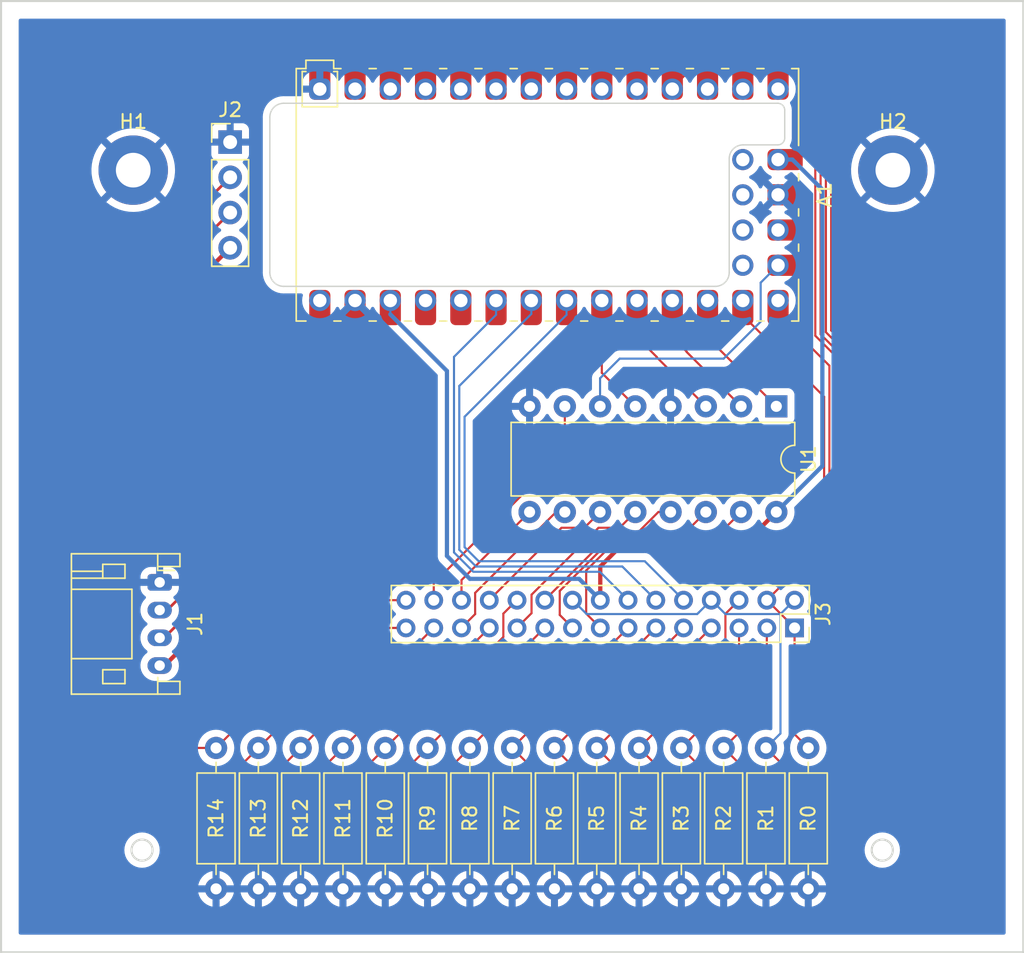
<source format=kicad_pcb>
(kicad_pcb (version 20211014) (generator pcbnew)
  (title_block (title "WASD v1 Keyboard to iCEBreaker Bitsy Bridge") (date "2022-02-20") (rev "v0.1"))
  (layers (0 "F.Cu" signal) (31 "B.Cu" signal) (35 "F.Paste" user) (36 "B.SilkS" user "B.Silkscreen") (37 "F.SilkS" user "F.Silkscreen") (38 "B.Mask" user) (39 "F.Mask" user) (44 "Edge.Cuts" user))
  (net 0 "")
  (net 1 "GND")
  (net 2 "/D+")
  (net 3 "/D-")
  (net 4 "/VBUS")
  (net 5 "C14")
  (net 6 "C13")
  (net 7 "R7")
  (net 8 "C12")
  (net 9 "R6")
  (net 10 "R5")
  (net 11 "R4")
  (net 12 "C11")
  (net 13 "C10")
  (net 14 "R3")
  (net 15 "R2")
  (net 16 "C9")
  (net 17 "C1")
  (net 18 "R1")
  (net 19 "+3V3")
  (net 20 "R0")
  (net 21 "~{NLED}")
  (net 22 "C8")
  (net 23 "~{CLED}")
  (net 24 "C7")
  (net 25 "~{SLED}")
  (net 26 "C6")
  (net 27 "C5")
  (net 28 "C4")
  (net 29 "C3")
  (net 30 "C0")
  (net 31 "C2")
  (net 32 "~{OE}")
  (net 33 "RA0")
  (net 34 "RA1")
  (net 35 "RA2")
  (net 40 "CDONE")
  (footprint "Connector_JST:JST_PH_S4B-PH-K_1x04_P2.00mm_Horizontal" (layer "F.Cu") (at 62.23 92.71 -90)
    (fp_text reference "J1" (at 3 -2.55 90) (layer "F.SilkS"))
    (fp_text value "Conn_01x04")
    (pad "1" thru_hole roundrect (at 0 0 270) (size 1.2 1.75) (drill 0.75) (layers *.Cu *.Mask) (roundrect_rratio 0.208333) (net 1 "GND"))
    (pad "2" thru_hole oval (at 2 0 270) (size 1.2 1.75) (drill 0.75) (layers *.Cu *.Mask) (net 2 "/D+"))
    (pad "3" thru_hole oval (at 4 0 270) (size 1.2 1.75) (drill 0.75) (layers *.Cu *.Mask) (net 3 "/D-"))
    (pad "4" thru_hole oval (at 6 0 270) (size 1.2 1.75) (drill 0.75) (layers *.Cu *.Mask) (net 4 "/VBUS"))
  )
  (footprint "Resistor_THT:R_Axial_DIN0207_L6.3mm_D2.5mm_P10.16mm_Horizontal" (layer "F.Cu") (at 72.39 104.648 -90)
    (fp_text reference "R12" (at 5.08 0 90) (layer "F.SilkS"))
    (fp_text value "R")
    (pad "1" thru_hole circle (at 0 0 270) (size 1.6 1.6) (drill 0.8) (layers *.Cu *.Mask) (net 8 "C12"))
    (pad "2" thru_hole oval (at 10.16 0 270) (size 1.6 1.6) (drill 0.8) (layers *.Cu *.Mask) (net 1 "GND"))
  )
  (footprint "Resistor_THT:R_Axial_DIN0207_L6.3mm_D2.5mm_P10.16mm_Horizontal" (layer "F.Cu") (at 75.438 104.648 -90)
    (fp_text reference "R11" (at 5.08 0 90) (layer "F.SilkS"))
    (fp_text value "R")
    (pad "1" thru_hole circle (at 0 0 270) (size 1.6 1.6) (drill 0.8) (layers *.Cu *.Mask) (net 12 "C11"))
    (pad "2" thru_hole oval (at 10.16 0 270) (size 1.6 1.6) (drill 0.8) (layers *.Cu *.Mask) (net 1 "GND"))
  )
  (footprint "Resistor_THT:R_Axial_DIN0207_L6.3mm_D2.5mm_P10.16mm_Horizontal" (layer "F.Cu") (at 96.774 104.648 -90)
    (fp_text reference "R4" (at 5.08 0 90) (layer "F.SilkS"))
    (fp_text value "R")
    (pad "1" thru_hole circle (at 0 0 270) (size 1.6 1.6) (drill 0.8) (layers *.Cu *.Mask) (net 28 "C4"))
    (pad "2" thru_hole oval (at 10.16 0 270) (size 1.6 1.6) (drill 0.8) (layers *.Cu *.Mask) (net 1 "GND"))
  )
  (footprint "MountingHole:MountingHole_2.5mm_Pad" (layer "F.Cu") (at 115.062 62.992)
    (fp_text reference "H2" (at 0 -3.5) (layer "F.SilkS"))
    (fp_text value "MountingHole_Pad")
    (pad "1" thru_hole circle (at 0 0) (size 5 5) (drill 2.5) (layers *.Cu *.Mask) (net 1 "GND"))
  )
  (footprint "Resistor_THT:R_Axial_DIN0207_L6.3mm_D2.5mm_P10.16mm_Horizontal" (layer "F.Cu") (at 84.582 104.648 -90)
    (fp_text reference "R8" (at 5.08 0 90) (layer "F.SilkS"))
    (fp_text value "R")
    (pad "1" thru_hole circle (at 0 0 270) (size 1.6 1.6) (drill 0.8) (layers *.Cu *.Mask) (net 22 "C8"))
    (pad "2" thru_hole oval (at 10.16 0 270) (size 1.6 1.6) (drill 0.8) (layers *.Cu *.Mask) (net 1 "GND"))
  )
  (footprint "Connector_PinHeader_2.00mm:PinHeader_2x15_P2.00mm_Vertical" (layer "F.Cu") (at 107.98 93.996 -90)
    (fp_text reference "J3" (at 1 -2.06 90) (layer "F.SilkS"))
    (fp_text value "Conn_02x15_Odd_Even")
    (pad "1" thru_hole rect (at 2 0 270) (size 1.35 1.35) (drill 0.8) (layers *.Cu *.Mask) (net 30 "C0"))
    (pad "2" thru_hole oval (at 0 0 270) (size 1.35 1.35) (drill 0.8) (layers *.Cu *.Mask) (net 17 "C1"))
    (pad "3" thru_hole oval (at 2 2 270) (size 1.35 1.35) (drill 0.8) (layers *.Cu *.Mask) (net 31 "C2"))
    (pad "4" thru_hole oval (at 0 2 270) (size 1.35 1.35) (drill 0.8) (layers *.Cu *.Mask) (net 30 "C0"))
    (pad "5" thru_hole oval (at 2 4 270) (size 1.35 1.35) (drill 0.8) (layers *.Cu *.Mask) (net 29 "C3"))
    (pad "6" thru_hole oval (at 0 4 270) (size 1.35 1.35) (drill 0.8) (layers *.Cu *.Mask) (net 28 "C4"))
    (pad "7" thru_hole oval (at 2 6 270) (size 1.35 1.35) (drill 0.8) (layers *.Cu *.Mask) (net 27 "C5"))
    (pad "8" thru_hole oval (at 0 6 270) (size 1.35 1.35) (drill 0.8) (layers *.Cu *.Mask) (net 17 "C1"))
    (pad "9" thru_hole oval (at 2 8 270) (size 1.35 1.35) (drill 0.8) (layers *.Cu *.Mask) (net 26 "C6"))
    (pad "10" thru_hole oval (at 0 8 270) (size 1.35 1.35) (drill 0.8) (layers *.Cu *.Mask) (net 25 "~{SLED}"))
    (pad "11" thru_hole oval (at 2 10 270) (size 1.35 1.35) (drill 0.8) (layers *.Cu *.Mask) (net 24 "C7"))
    (pad "12" thru_hole oval (at 0 10 270) (size 1.35 1.35) (drill 0.8) (layers *.Cu *.Mask) (net 23 "~{CLED}"))
    (pad "13" thru_hole oval (at 2 12 270) (size 1.35 1.35) (drill 0.8) (layers *.Cu *.Mask) (net 22 "C8"))
    (pad "14" thru_hole oval (at 0 12 270) (size 1.35 1.35) (drill 0.8) (layers *.Cu *.Mask) (net 21 "~{NLED}"))
    (pad "15" thru_hole oval (at 2 14 270) (size 1.35 1.35) (drill 0.8) (layers *.Cu *.Mask) (net 20 "R0"))
    (pad "16" thru_hole oval (at 0 14 270) (size 1.35 1.35) (drill 0.8) (layers *.Cu *.Mask) (net 19 "+3V3"))
    (pad "17" thru_hole oval (at 2 16 270) (size 1.35 1.35) (drill 0.8) (layers *.Cu *.Mask) (net 18 "R1"))
    (pad "18" thru_hole oval (at 0 16 270) (size 1.35 1.35) (drill 0.8) (layers *.Cu *.Mask) (net 17 "C1"))
    (pad "19" thru_hole oval (at 2 18 270) (size 1.35 1.35) (drill 0.8) (layers *.Cu *.Mask) (net 16 "C9"))
    (pad "20" thru_hole oval (at 0 18 270) (size 1.35 1.35) (drill 0.8) (layers *.Cu *.Mask) (net 15 "R2"))
    (pad "21" thru_hole oval (at 2 20 270) (size 1.35 1.35) (drill 0.8) (layers *.Cu *.Mask) (net 14 "R3"))
    (pad "22" thru_hole oval (at 0 20 270) (size 1.35 1.35) (drill 0.8) (layers *.Cu *.Mask) (net 13 "C10"))
    (pad "23" thru_hole oval (at 2 22 270) (size 1.35 1.35) (drill 0.8) (layers *.Cu *.Mask) (net 12 "C11"))
    (pad "24" thru_hole oval (at 0 22 270) (size 1.35 1.35) (drill 0.8) (layers *.Cu *.Mask) (net 11 "R4"))
    (pad "25" thru_hole oval (at 2 24 270) (size 1.35 1.35) (drill 0.8) (layers *.Cu *.Mask) (net 10 "R5"))
    (pad "26" thru_hole oval (at 0 24 270) (size 1.35 1.35) (drill 0.8) (layers *.Cu *.Mask) (net 9 "R6"))
    (pad "27" thru_hole oval (at 2 26 270) (size 1.35 1.35) (drill 0.8) (layers *.Cu *.Mask) (net 8 "C12"))
    (pad "28" thru_hole oval (at 0 26 270) (size 1.35 1.35) (drill 0.8) (layers *.Cu *.Mask) (net 7 "R7"))
    (pad "29" thru_hole oval (at 2 28 270) (size 1.35 1.35) (drill 0.8) (layers *.Cu *.Mask) (net 6 "C13"))
    (pad "30" thru_hole oval (at 0 28 270) (size 1.35 1.35) (drill 0.8) (layers *.Cu *.Mask) (net 5 "C14"))
  )
  (footprint "Package_DIP:DIP-16_W7.62mm" (layer "F.Cu") (at 106.665 80.02 -90)
    (fp_text reference "U1" (at 3.81 -2.33 90) (layer "F.SilkS"))
    (fp_text value "CD74HC238")
    (pad "1" thru_hole rect (at 0 0 270) (size 1.6 1.6) (drill 0.8) (layers *.Cu *.Mask) (net 33 "RA0"))
    (pad "2" thru_hole oval (at 0 2.54 270) (size 1.6 1.6) (drill 0.8) (layers *.Cu *.Mask) (net 34 "RA1"))
    (pad "3" thru_hole oval (at 0 5.08 270) (size 1.6 1.6) (drill 0.8) (layers *.Cu *.Mask) (net 35 "RA2"))
    (pad "4" thru_hole oval (at 0 7.62 270) (size 1.6 1.6) (drill 0.8) (layers *.Cu *.Mask) (net 1 "GND"))
    (pad "5" thru_hole oval (at 0 10.16 270) (size 1.6 1.6) (drill 0.8) (layers *.Cu *.Mask) (net 32 "~{OE}"))
    (pad "6" thru_hole oval (at 0 12.7 270) (size 1.6 1.6) (drill 0.8) (layers *.Cu *.Mask) (net 40 "CDONE"))
    (pad "7" thru_hole oval (at 0 15.24 270) (size 1.6 1.6) (drill 0.8) (layers *.Cu *.Mask) (net 7 "R7"))
    (pad "8" thru_hole oval (at 0 17.78 270) (size 1.6 1.6) (drill 0.8) (layers *.Cu *.Mask) (net 1 "GND"))
    (pad "9" thru_hole oval (at 7.62 17.78 270) (size 1.6 1.6) (drill 0.8) (layers *.Cu *.Mask) (net 9 "R6"))
    (pad "10" thru_hole oval (at 7.62 15.24 270) (size 1.6 1.6) (drill 0.8) (layers *.Cu *.Mask) (net 10 "R5"))
    (pad "11" thru_hole oval (at 7.62 12.7 270) (size 1.6 1.6) (drill 0.8) (layers *.Cu *.Mask) (net 11 "R4"))
    (pad "12" thru_hole oval (at 7.62 10.16 270) (size 1.6 1.6) (drill 0.8) (layers *.Cu *.Mask) (net 14 "R3"))
    (pad "13" thru_hole oval (at 7.62 7.62 270) (size 1.6 1.6) (drill 0.8) (layers *.Cu *.Mask) (net 15 "R2"))
    (pad "14" thru_hole oval (at 7.62 5.08 270) (size 1.6 1.6) (drill 0.8) (layers *.Cu *.Mask) (net 18 "R1"))
    (pad "15" thru_hole oval (at 7.62 2.54 270) (size 1.6 1.6) (drill 0.8) (layers *.Cu *.Mask) (net 20 "R0"))
    (pad "16" thru_hole oval (at 7.62 0 270) (size 1.6 1.6) (drill 0.8) (layers *.Cu *.Mask) (net 19 "+3V3"))
  )
  (footprint "Resistor_THT:R_Axial_DIN0207_L6.3mm_D2.5mm_P10.16mm_Horizontal" (layer "F.Cu") (at 69.342 104.648 -90)
    (fp_text reference "R13" (at 5.08 0 90) (layer "F.SilkS"))
    (fp_text value "R")
    (pad "1" thru_hole circle (at 0 0 270) (size 1.6 1.6) (drill 0.8) (layers *.Cu *.Mask) (net 6 "C13"))
    (pad "2" thru_hole oval (at 10.16 0 270) (size 1.6 1.6) (drill 0.8) (layers *.Cu *.Mask) (net 1 "GND"))
  )
  (footprint "pkl_module:iCEBreaker_Bitsy_RM" (layer "F.Cu") (at 90.17 64.77 90)
    (fp_text reference "A1" (at 0 19.9644 90) (layer "F.SilkS"))
    (fp_text value "iCEBreaker_Bitsy")
    (fp_line (start 6.6 -19) (end 6.6 16.6) (layer "Edge.Cuts") (width 0.1))
    (fp_line (start -6.6 12.1) (end -6.6 -19) (layer "Edge.Cuts") (width 0.1))
    (fp_line (start 5.6 -20) (end -5.6 -20) (layer "Edge.Cuts") (width 0.1))
    (fp_line (start -5.6 13.1) (end 2.6 13.1) (layer "Edge.Cuts") (width 0.1))
    (fp_line (start 3.6 14.1) (end 3.6 16.6) (layer "Edge.Cuts") (width 0.1))
    (fp_line (start 4.1 17.1) (end 6.1 17.1) (layer "Edge.Cuts") (width 0.1))
    (fp_arc (start 2.6 13.1) (mid 3.307107 13.392893) (end 3.6 14.1) (layer "Edge.Cuts") (width 0.1))
    (fp_arc (start 4.1 17.1) (mid 3.746447 16.953553) (end 3.6 16.6) (layer "Edge.Cuts") (width 0.1))
    (fp_arc (start 5.6 -20) (mid 6.307107 -19.707107) (end 6.6 -19) (layer "Edge.Cuts") (width 0.1))
    (fp_arc (start 6.6 16.6) (mid 6.453553 16.953553) (end 6.1 17.1) (layer "Edge.Cuts") (width 0.1))
    (fp_arc (start -5.6 13.1) (mid -6.307107 12.807107) (end -6.6 12.1) (layer "Edge.Cuts") (width 0.1))
    (fp_arc (start -6.6 -19) (mid -6.307107 -19.707107) (end -5.6 -20) (layer "Edge.Cuts") (width 0.1))
    (pad "1" thru_hole roundrect (at 7.62 -16.4 180) (size 1.524 1.524) (drill 0.9652) (layers *.Cu *.Mask) (net 1 "GND"))
    (pad "1" smd roundrect (at 8.128 -16.4 90) (size 2.54 1.524) (layers "F.Cu" "F.Paste" "F.Mask") (net 1 "GND"))
    (pad "2" smd roundrect (at 8.128 -13.86 90) (size 2.54 1.524) (layers "F.Cu" "F.Paste" "F.Mask") (net 5 "C14"))
    (pad "2" thru_hole circle (at 7.62 -13.86 180) (size 1.524 1.524) (drill 0.9652) (layers *.Cu *.Mask) (net 5 "C14"))
    (pad "3" thru_hole circle (at 7.62 -11.32 180) (size 1.524 1.524) (drill 0.9652) (layers *.Cu *.Mask) (net 6 "C13"))
    (pad "3" smd roundrect (at 8.128 -11.32 90) (size 2.54 1.524) (layers "F.Cu" "F.Paste" "F.Mask") (net 6 "C13"))
    (pad "4" smd roundrect (at 8.128 -8.78 90) (size 2.54 1.524) (layers "F.Cu" "F.Paste" "F.Mask") (net 8 "C12"))
    (pad "4" thru_hole circle (at 7.62 -8.78 180) (size 1.524 1.524) (drill 0.9652) (layers *.Cu *.Mask) (net 8 "C12"))
    (pad "5" smd roundrect (at 8.128 -6.24 90) (size 2.54 1.524) (layers "F.Cu" "F.Paste" "F.Mask") (net 12 "C11"))
    (pad "5" thru_hole circle (at 7.62 -6.24 180) (size 1.524 1.524) (drill 0.9652) (layers *.Cu *.Mask) (net 12 "C11"))
    (pad "6" thru_hole circle (at 7.62 -3.7 180) (size 1.524 1.524) (drill 0.9652) (layers *.Cu *.Mask) (net 13 "C10"))
    (pad "6" smd roundrect (at 8.128 -3.7 90) (size 2.54 1.524) (layers "F.Cu" "F.Paste" "F.Mask") (net 13 "C10"))
    (pad "7" smd roundrect (at 8.128 -1.16 90) (size 2.54 1.524) (layers "F.Cu" "F.Paste" "F.Mask") (net 16 "C9"))
    (pad "7" thru_hole circle (at 7.62 -1.16 180) (size 1.524 1.524) (drill 0.9652) (layers *.Cu *.Mask) (net 16 "C9"))
    (pad "8" thru_hole circle (at 7.62 1.38 180) (size 1.524 1.524) (drill 0.9652) (layers *.Cu *.Mask) (net 22 "C8"))
    (pad "8" smd roundrect (at 8.128 1.38 90) (size 2.54 1.524) (layers "F.Cu" "F.Paste" "F.Mask") (net 22 "C8"))
    (pad "9" smd roundrect (at 8.128 3.92 90) (size 2.54 1.524) (layers "F.Cu" "F.Paste" "F.Mask") (net 24 "C7"))
    (pad "9" thru_hole circle (at 7.62 3.92 180) (size 1.524 1.524) (drill 0.9652) (layers *.Cu *.Mask) (net 24 "C7"))
    (pad "10" thru_hole circle (at 7.62 6.46 180) (size 1.524 1.524) (drill 0.9652) (layers *.Cu *.Mask) (net 26 "C6"))
    (pad "10" smd roundrect (at 8.128 6.46 90) (size 2.54 1.524) (layers "F.Cu" "F.Paste" "F.Mask") (net 26 "C6"))
    (pad "11" thru_hole circle (at 7.62 9 180) (size 1.524 1.524) (drill 0.9652) (layers *.Cu *.Mask) (net 27 "C5"))
    (pad "11" smd roundrect (at 8.128 9 90) (size 2.54 1.524) (layers "F.Cu" "F.Paste" "F.Mask") (net 27 "C5"))
    (pad "12" thru_hole circle (at 7.62 11.54 180) (size 1.524 1.524) (drill 0.9652) (layers *.Cu *.Mask) (net 28 "C4"))
    (pad "12" smd roundrect (at 8.128 11.54 90) (size 2.54 1.524) (layers "F.Cu" "F.Paste" "F.Mask") (net 28 "C4"))
    (pad "13" thru_hole circle (at 7.62 14.08 180) (size 1.524 1.524) (drill 0.9652) (layers *.Cu *.Mask) (net 29 "C3"))
    (pad "13" smd roundrect (at 8.128 14.08 90) (size 2.54 1.524) (layers "F.Cu" "F.Paste" "F.Mask") (net 29 "C3"))
    (pad "14" thru_hole circle (at 7.62 16.62 180) (size 1.524 1.524) (drill 0.9652) (layers *.Cu *.Mask) (net 31 "C2"))
    (pad "14" smd roundrect (at 8.128 16.62 90) (size 2.54 1.524) (layers "F.Cu" "F.Paste" "F.Mask") (net 31 "C2"))
    (pad "15" thru_hole circle (at -7.62 16.62 180) (size 1.524 1.524) (drill 0.9652) (layers *.Cu *.Mask) (net 17 "C1"))
    (pad "15" smd roundrect (at -8.128 16.62 90) (size 2.54 1.524) (layers "F.Cu" "F.Paste" "F.Mask") (net 17 "C1"))
    (pad "16" smd roundrect (at -8.128 14.08 90) (size 2.54 1.524) (layers "F.Cu" "F.Paste" "F.Mask") (net 30 "C0"))
    (pad "16" thru_hole circle (at -7.62 14.08 180) (size 1.524 1.524) (drill 0.9652) (layers *.Cu *.Mask) (net 30 "C0"))
    (pad "17" thru_hole circle (at -7.62 11.54 180) (size 1.524 1.524) (drill 0.9652) (layers *.Cu *.Mask) (net 33 "RA0"))
    (pad "17" smd roundrect (at -8.128 11.54 90) (size 2.54 1.524) (layers "F.Cu" "F.Paste" "F.Mask") (net 33 "RA0"))
    (pad "18" smd roundrect (at -8.128 9 90) (size 2.54 1.524) (layers "F.Cu" "F.Paste" "F.Mask") (net 34 "RA1"))
    (pad "18" thru_hole circle (at -7.62 9 180) (size 1.524 1.524) (drill 0.9652) (layers *.Cu *.Mask) (net 34 "RA1"))
    (pad "19" thru_hole circle (at -7.62 6.46 180) (size 1.524 1.524) (drill 0.9652) (layers *.Cu *.Mask) (net 35 "RA2"))
    (pad "19" smd roundrect (at -8.128 6.46 90) (size 2.54 1.524) (layers "F.Cu" "F.Paste" "F.Mask") (net 35 "RA2"))
    (pad "20" smd roundrect (at -8.128 3.92 90) (size 2.54 1.524) (layers "F.Cu" "F.Paste" "F.Mask") (net 32 "~{OE}"))
    (pad "20" thru_hole circle (at -7.62 3.92 180) (size 1.524 1.524) (drill 0.9652) (layers *.Cu *.Mask) (net 32 "~{OE}"))
    (pad "21" smd roundrect (at -8.128 1.38 90) (size 2.54 1.524) (layers "F.Cu" "F.Paste" "F.Mask") (net 25 "~{SLED}"))
    (pad "21" thru_hole circle (at -7.62 1.38 180) (size 1.524 1.524) (drill 0.9652) (layers *.Cu *.Mask) (net 25 "~{SLED}"))
    (pad "22" thru_hole circle (at -7.62 -1.16 180) (size 1.524 1.524) (drill 0.9652) (layers *.Cu *.Mask) (net 23 "~{CLED}"))
    (pad "22" smd roundrect (at -8.128 -1.16 90) (size 2.54 1.524) (layers "F.Cu" "F.Paste" "F.Mask") (net 23 "~{CLED}"))
    (pad "23" smd roundrect (at -8.128 -3.7 90) (size 2.54 1.524) (layers "F.Cu" "F.Paste" "F.Mask") (net 21 "~{NLED}"))
    (pad "23" thru_hole circle (at -7.62 -3.7 180) (size 1.524 1.524) (drill 0.9652) (layers *.Cu *.Mask) (net 21 "~{NLED}"))
    (pad "24" smd roundrect (at -8.128 -6.24 90) (size 2.54 1.524) (layers "F.Cu" "F.Paste" "F.Mask"))
    (pad "24" thru_hole circle (at -7.62 -6.24 180) (size 1.524 1.524) (drill 0.9652) (layers *.Cu *.Mask))
    (pad "25" thru_hole circle (at -7.62 -8.78 180) (size 1.524 1.524) (drill 0.9652) (layers *.Cu *.Mask))
    (pad "25" smd roundrect (at -8.128 -8.78 90) (size 2.54 1.524) (layers "F.Cu" "F.Paste" "F.Mask"))
    (pad "26" thru_hole circle (at -7.62 -11.32 180) (size 1.524 1.524) (drill 0.9652) (layers *.Cu *.Mask) (net 19 "+3V3"))
    (pad "26" smd roundrect (at -8.128 -11.32 90) (size 2.54 1.524) (layers "F.Cu" "F.Paste" "F.Mask") (net 19 "+3V3"))
    (pad "27" thru_hole circle (at -7.62 -13.86 180) (size 1.524 1.524) (drill 0.9652) (layers *.Cu *.Mask) (net 1 "GND"))
    (pad "27" smd roundrect (at -8.128 -13.86 90) (size 2.54 1.524) (layers "F.Cu" "F.Paste" "F.Mask") (net 1 "GND"))
    (pad "28" smd roundrect (at -8.128 -16.4 90) (size 2.54 1.524) (layers "F.Cu" "F.Paste" "F.Mask"))
    (pad "28" thru_hole circle (at -7.62 -16.4 180) (size 1.524 1.524) (drill 0.9652) (layers *.Cu *.Mask))
    (pad "29" thru_hole circle (at 2.54 16.62 270) (size 1.524 1.524) (drill 0.9652) (layers *.Cu *.Mask) (net 19 "+3V3"))
    (pad "29" smd roundrect (at 2.54 17.128 180) (size 2.54 1.524) (layers "F.Cu" "F.Paste" "F.Mask") (net 19 "+3V3"))
    (pad "30" thru_hole circle (at 0 16.62 270) (size 1.524 1.524) (drill 0.9652) (layers *.Cu *.Mask) (net 1 "GND"))
    (pad "30" smd roundrect (at 0 17.128 180) (size 2.54 1.524) (layers "F.Cu" "F.Paste" "F.Mask") (net 1 "GND"))
    (pad "31" thru_hole circle (at -2.54 16.62 270) (size 1.524 1.524) (drill 0.9652) (layers *.Cu *.Mask))
    (pad "31" smd roundrect (at -2.54 17.128 180) (size 2.54 1.524) (layers "F.Cu" "F.Paste" "F.Mask"))
    (pad "32" thru_hole circle (at -5.08 16.62 270) (size 1.524 1.524) (drill 0.9652) (layers *.Cu *.Mask) (net 40 "CDONE"))
    (pad "32" smd roundrect (at -5.08 17.128 180) (size 2.54 1.524) (layers "F.Cu" "F.Paste" "F.Mask") (net 40 "CDONE"))
    (pad "33" thru_hole circle (at 2.54 14.08 90) (size 1.524 1.524) (drill 0.9652) (layers *.Cu *.Mask))
    (pad "34" thru_hole circle (at 0 14.08 90) (size 1.524 1.524) (drill 0.9652) (layers *.Cu *.Mask))
    (pad "35" thru_hole circle (at -2.54 14.08 90) (size 1.524 1.524) (drill 0.9652) (layers *.Cu *.Mask))
    (pad "36" thru_hole circle (at -5.08 14.08 90) (size 1.524 1.524) (drill 0.9652) (layers *.Cu *.Mask))
  )
  (footprint "MountingHole:MountingHole_2.5mm_Pad" (layer "F.Cu") (at 60.325 62.992)
    (fp_text reference "H1" (at 0 -3.5) (layer "F.SilkS"))
    (fp_text value "MountingHole_Pad")
    (pad "1" thru_hole circle (at 0 0) (size 5 5) (drill 2.5) (layers *.Cu *.Mask) (net 1 "GND"))
  )
  (footprint "Resistor_THT:R_Axial_DIN0207_L6.3mm_D2.5mm_P10.16mm_Horizontal" (layer "F.Cu") (at 78.486 104.648 -90)
    (fp_text reference "R10" (at 5.08 0 90) (layer "F.SilkS"))
    (fp_text value "R")
    (pad "1" thru_hole circle (at 0 0 270) (size 1.6 1.6) (drill 0.8) (layers *.Cu *.Mask) (net 13 "C10"))
    (pad "2" thru_hole oval (at 10.16 0 270) (size 1.6 1.6) (drill 0.8) (layers *.Cu *.Mask) (net 1 "GND"))
  )
  (footprint "Resistor_THT:R_Axial_DIN0207_L6.3mm_D2.5mm_P10.16mm_Horizontal" (layer "F.Cu") (at 66.294 104.648 -90)
    (fp_text reference "R14" (at 5.08 0 90) (layer "F.SilkS"))
    (fp_text value "R")
    (pad "1" thru_hole circle (at 0 0 270) (size 1.6 1.6) (drill 0.8) (layers *.Cu *.Mask) (net 5 "C14"))
    (pad "2" thru_hole oval (at 10.16 0 270) (size 1.6 1.6) (drill 0.8) (layers *.Cu *.Mask) (net 1 "GND"))
  )
  (footprint "Resistor_THT:R_Axial_DIN0207_L6.3mm_D2.5mm_P10.16mm_Horizontal" (layer "F.Cu") (at 90.678 104.648 -90)
    (fp_text reference "R6" (at 5.08 0 90) (layer "F.SilkS"))
    (fp_text value "R")
    (pad "1" thru_hole circle (at 0 0 270) (size 1.6 1.6) (drill 0.8) (layers *.Cu *.Mask) (net 26 "C6"))
    (pad "2" thru_hole oval (at 10.16 0 270) (size 1.6 1.6) (drill 0.8) (layers *.Cu *.Mask) (net 1 "GND"))
  )
  (footprint "Resistor_THT:R_Axial_DIN0207_L6.3mm_D2.5mm_P10.16mm_Horizontal" (layer "F.Cu") (at 93.726 104.648 -90)
    (fp_text reference "R5" (at 5.08 0 90) (layer "F.SilkS"))
    (fp_text value "R")
    (pad "1" thru_hole circle (at 0 0 270) (size 1.6 1.6) (drill 0.8) (layers *.Cu *.Mask) (net 27 "C5"))
    (pad "2" thru_hole oval (at 10.16 0 270) (size 1.6 1.6) (drill 0.8) (layers *.Cu *.Mask) (net 1 "GND"))
  )
  (footprint "Resistor_THT:R_Axial_DIN0207_L6.3mm_D2.5mm_P10.16mm_Horizontal" (layer "F.Cu") (at 105.918 104.648 -90)
    (fp_text reference "R1" (at 5.08 0 90) (layer "F.SilkS"))
    (fp_text value "R")
    (pad "1" thru_hole circle (at 0 0 270) (size 1.6 1.6) (drill 0.8) (layers *.Cu *.Mask) (net 17 "C1"))
    (pad "2" thru_hole oval (at 10.16 0 270) (size 1.6 1.6) (drill 0.8) (layers *.Cu *.Mask) (net 1 "GND"))
  )
  (footprint "Connector_PinHeader_2.54mm:PinHeader_1x04_P2.54mm_Vertical" (layer "F.Cu") (at 67.31 60.97)
    (fp_text reference "J2" (at 0 -2.33) (layer "F.SilkS"))
    (fp_text value "Conn_01x04")
    (pad "1" thru_hole rect (at 0 0) (size 1.7 1.7) (drill 1) (layers *.Cu *.Mask) (net 1 "GND"))
    (pad "2" thru_hole oval (at 0 2.54) (size 1.7 1.7) (drill 1) (layers *.Cu *.Mask) (net 2 "/D+"))
    (pad "3" thru_hole oval (at 0 5.08) (size 1.7 1.7) (drill 1) (layers *.Cu *.Mask) (net 3 "/D-"))
    (pad "4" thru_hole oval (at 0 7.62) (size 1.7 1.7) (drill 1) (layers *.Cu *.Mask) (net 4 "/VBUS"))
  )
  (footprint "Resistor_THT:R_Axial_DIN0207_L6.3mm_D2.5mm_P10.16mm_Horizontal" (layer "F.Cu") (at 102.87 104.648 -90)
    (fp_text reference "R2" (at 5.08 0 90) (layer "F.SilkS"))
    (fp_text value "R")
    (pad "1" thru_hole circle (at 0 0 270) (size 1.6 1.6) (drill 0.8) (layers *.Cu *.Mask) (net 31 "C2"))
    (pad "2" thru_hole oval (at 10.16 0 270) (size 1.6 1.6) (drill 0.8) (layers *.Cu *.Mask) (net 1 "GND"))
  )
  (footprint "Resistor_THT:R_Axial_DIN0207_L6.3mm_D2.5mm_P10.16mm_Horizontal" (layer "F.Cu") (at 81.534 104.648 -90)
    (fp_text reference "R9" (at 5.08 0 90) (layer "F.SilkS"))
    (fp_text value "R")
    (pad "1" thru_hole circle (at 0 0 270) (size 1.6 1.6) (drill 0.8) (layers *.Cu *.Mask) (net 16 "C9"))
    (pad "2" thru_hole oval (at 10.16 0 270) (size 1.6 1.6) (drill 0.8) (layers *.Cu *.Mask) (net 1 "GND"))
  )
  (footprint "Resistor_THT:R_Axial_DIN0207_L6.3mm_D2.5mm_P10.16mm_Horizontal" (layer "F.Cu") (at 99.822 104.648 -90)
    (fp_text reference "R3" (at 5.08 0 90) (layer "F.SilkS"))
    (fp_text value "R")
    (pad "1" thru_hole circle (at 0 0 270) (size 1.6 1.6) (drill 0.8) (layers *.Cu *.Mask) (net 29 "C3"))
    (pad "2" thru_hole oval (at 10.16 0 270) (size 1.6 1.6) (drill 0.8) (layers *.Cu *.Mask) (net 1 "GND"))
  )
  (footprint "Resistor_THT:R_Axial_DIN0207_L6.3mm_D2.5mm_P10.16mm_Horizontal" (layer "F.Cu") (at 87.63 104.648 -90)
    (fp_text reference "R7" (at 5.08 0 90) (layer "F.SilkS"))
    (fp_text value "R")
    (pad "1" thru_hole circle (at 0 0 270) (size 1.6 1.6) (drill 0.8) (layers *.Cu *.Mask) (net 24 "C7"))
    (pad "2" thru_hole oval (at 10.16 0 270) (size 1.6 1.6) (drill 0.8) (layers *.Cu *.Mask) (net 1 "GND"))
  )
  (footprint "Resistor_THT:R_Axial_DIN0207_L6.3mm_D2.5mm_P10.16mm_Horizontal" (layer "F.Cu") (at 108.966 104.648 -90)
    (fp_text reference "R0" (at 5.08 0 90) (layer "F.SilkS"))
    (fp_text value "R")
    (pad "1" thru_hole circle (at 0 0 270) (size 1.6 1.6) (drill 0.8) (layers *.Cu *.Mask) (net 30 "C0"))
    (pad "2" thru_hole oval (at 10.16 0 270) (size 1.6 1.6) (drill 0.8) (layers *.Cu *.Mask) (net 1 "GND"))
  )
  (gr_rect (start 50.8 50.8) (end 124.46 119.38) (layer "Edge.Cuts") (width 0.15) (fill none))
  (gr_circle (center 60.96 112.014) (end 61.722 112.014) (layer "Edge.Cuts") (width 0.15) (fill none))
  (gr_circle (center 114.3 112.014) (end 115.062 112.014) (layer "Edge.Cuts") (width 0.15) (fill none))
  (segment (start 67.31 63.51) (end 64.516 66.304) (width 0.2) (layer "F.Cu") (net 2))
  (segment (start 62.77 94.71) (end 62.23 94.71) (width 0.2) (layer "F.Cu") (net 2))
  (segment (start 64.516 66.304) (end 64.516 92.964) (width 0.2) (layer "F.Cu") (net 2))
  (segment (start 64.516 92.964) (end 62.77 94.71) (width 0.2) (layer "F.Cu") (net 2))
  (segment (start 62.23 96.71) (end 62.548 96.71) (width 0.2) (layer "F.Cu") (net 3))
  (segment (start 65.024 68.336) (end 67.31 66.05) (width 0.2) (layer "F.Cu") (net 3))
  (segment (start 65.024 94.234) (end 65.024 68.336) (width 0.2) (layer "F.Cu") (net 3))
  (segment (start 62.548 96.71) (end 65.024 94.234) (width 0.2) (layer "F.Cu") (net 3))
  (segment (start 65.532 70.368) (end 65.532 95.758) (width 0.3048) (layer "F.Cu") (net 4))
  (segment (start 62.58 98.71) (end 62.23 98.71) (width 0.1524) (layer "F.Cu") (net 4))
  (segment (start 67.31 68.59) (end 65.532 70.368) (width 0.3048) (layer "F.Cu") (net 4))
  (segment (start 65.532 95.758) (end 62.58 98.71) (width 0.3048) (layer "F.Cu") (net 4))
  (segment (start 75.184 54.991) (end 76.31 56.117) (width 0.1524) (layer "F.Cu") (net 5))
  (segment (start 56.515 60.833) (end 62.357 54.991) (width 0.1524) (layer "F.Cu") (net 5))
  (segment (start 56.515 102.489) (end 56.515 60.833) (width 0.1524) (layer "F.Cu") (net 5))
  (segment (start 76.31 56.117) (end 76.31 57.15) (width 0.1524) (layer "F.Cu") (net 5))
  (segment (start 79.98 93.996) (end 76.946 93.996) (width 0.1524) (layer "F.Cu") (net 5))
  (segment (start 66.294 104.648) (end 58.674 104.648) (width 0.1524) (layer "F.Cu") (net 5))
  (segment (start 58.674 104.648) (end 56.515 102.489) (width 0.1524) (layer "F.Cu") (net 5))
  (segment (start 62.357 54.991) (end 75.184 54.991) (width 0.1524) (layer "F.Cu") (net 5))
  (segment (start 76.946 93.996) (end 66.294 104.648) (width 0.1524) (layer "F.Cu") (net 5))
  (segment (start 56.134 102.743) (end 56.134 60.706) (width 0.1524) (layer "F.Cu") (net 6))
  (segment (start 79.98 95.996) (end 77.994 95.996) (width 0.1524) (layer "F.Cu") (net 6))
  (segment (start 59.944 106.553) (end 56.134 102.743) (width 0.1524) (layer "F.Cu") (net 6))
  (segment (start 77.343 54.61) (end 78.85 56.117) (width 0.1524) (layer "F.Cu") (net 6))
  (segment (start 69.342 104.648) (end 67.437 106.553) (width 0.1524) (layer "F.Cu") (net 6))
  (segment (start 56.134 60.706) (end 62.23 54.61) (width 0.1524) (layer "F.Cu") (net 6))
  (segment (start 62.23 54.61) (end 77.343 54.61) (width 0.1524) (layer "F.Cu") (net 6))
  (segment (start 67.437 106.553) (end 59.944 106.553) (width 0.1524) (layer "F.Cu") (net 6))
  (segment (start 78.85 56.117) (end 78.85 57.15) (width 0.1524) (layer "F.Cu") (net 6))
  (segment (start 77.994 95.996) (end 69.342 104.648) (width 0.1524) (layer "F.Cu") (net 6))
  (segment (start 81.98 92.772) (end 91.425 83.327) (width 0.1524) (layer "F.Cu") (net 7))
  (segment (start 91.425 83.327) (end 91.425 80.02) (width 0.1524) (layer "F.Cu") (net 7))
  (segment (start 81.98 93.98) (end 81.98 92.772) (width 0.1524) (layer "F.Cu") (net 7))
  (segment (start 77.63 100.33) (end 76.708 100.33) (width 0.1524) (layer "F.Cu") (net 8))
  (segment (start 76.708 100.33) (end 72.39 104.648) (width 0.1524) (layer "F.Cu") (net 8))
  (segment (start 62.103 54.229) (end 79.502 54.229) (width 0.1524) (layer "F.Cu") (net 8))
  (segment (start 60.5155 107.696) (end 55.753 102.9335) (width 0.1524) (layer "F.Cu") (net 8))
  (segment (start 72.39 104.648) (end 69.342 107.696) (width 0.1524) (layer "F.Cu") (net 8))
  (segment (start 55.753 60.579) (end 62.103 54.229) (width 0.1524) (layer "F.Cu") (net 8))
  (segment (start 81.39 56.117) (end 81.39 56.642) (width 0.1524) (layer "F.Cu") (net 8))
  (segment (start 79.502 54.229) (end 81.39 56.117) (width 0.1524) (layer "F.Cu") (net 8))
  (segment (start 55.753 102.9335) (end 55.753 60.579) (width 0.1524) (layer "F.Cu") (net 8))
  (segment (start 81.39 56.642) (end 81.39 57.15) (width 0.1524) (layer "F.Cu") (net 8))
  (segment (start 81.98 95.98) (end 77.63 100.33) (width 0.1524) (layer "F.Cu") (net 8))
  (segment (start 69.342 107.696) (end 60.5155 107.696) (width 0.1524) (layer "F.Cu") (net 8))
  (segment (start 83.98 93.98) (end 83.98 92.545) (width 0.1524) (layer "F.Cu") (net 9))
  (segment (start 83.98 92.545) (end 88.885 87.64) (width 0.1524) (layer "F.Cu") (net 9))
  (segment (start 84.963 94.997) (end 84.963 93.468903) (width 0.1524) (layer "F.Cu") (net 10))
  (segment (start 83.98 95.98) (end 84.963 94.997) (width 0.1524) (layer "F.Cu") (net 10))
  (segment (start 84.963 93.468903) (end 90.791903 87.64) (width 0.1524) (layer "F.Cu") (net 10))
  (segment (start 90.791903 87.64) (end 91.425 87.64) (width 0.1524) (layer "F.Cu") (net 10))
  (segment (start 85.98 93.979) (end 91.186 88.773) (width 0.1524) (layer "F.Cu") (net 11))
  (segment (start 91.186 88.773) (end 92.832 88.773) (width 0.1524) (layer "F.Cu") (net 11))
  (segment (start 92.832 88.773) (end 93.965 87.64) (width 0.1524) (layer "F.Cu") (net 11))
  (segment (start 85.98 93.98) (end 85.98 93.979) (width 0.1524) (layer "F.Cu") (net 11))
  (segment (start 83.93 56.117) (end 83.93 57.15) (width 0.1524) (layer "F.Cu") (net 12))
  (segment (start 81.646 100.33) (end 79.756 100.33) (width 0.1524) (layer "F.Cu") (net 12))
  (segment (start 60.325 108.077) (end 55.372 103.124) (width 0.1524) (layer "F.Cu") (net 12))
  (segment (start 85.98 95.996) (end 81.646 100.33) (width 0.1524) (layer "F.Cu") (net 12))
  (segment (start 75.438 104.648) (end 72.009 108.077) (width 0.1524) (layer "F.Cu") (net 12))
  (segment (start 55.372 60.452) (end 61.976 53.848) (width 0.1524) (layer "F.Cu") (net 12))
  (segment (start 81.661 53.848) (end 83.93 56.117) (width 0.1524) (layer "F.Cu") (net 12))
  (segment (start 55.372 103.124) (end 55.372 60.452) (width 0.1524) (layer "F.Cu") (net 12))
  (segment (start 72.009 108.077) (end 60.325 108.077) (width 0.1524) (layer "F.Cu") (net 12))
  (segment (start 61.976 53.848) (end 81.661 53.848) (width 0.1524) (layer "F.Cu") (net 12))
  (segment (start 79.756 100.33) (end 75.438 104.648) (width 0.1524) (layer "F.Cu") (net 12))
  (segment (start 86.47 56.117) (end 86.47 57.15) (width 0.1524) (layer "F.Cu") (net 13))
  (segment (start 82.804 100.33) (end 78.486 104.648) (width 0.1524) (layer "F.Cu") (net 13))
  (segment (start 54.991 103.251) (end 54.991 60.325) (width 0.1524) (layer "F.Cu") (net 13))
  (segment (start 60.198 108.458) (end 54.991 103.251) (width 0.1524) (layer "F.Cu") (net 13))
  (segment (start 61.849 53.467) (end 83.82 53.467) (width 0.1524) (layer "F.Cu") (net 13))
  (segment (start 54.991 60.325) (end 61.849 53.467) (width 0.1524) (layer "F.Cu") (net 13))
  (segment (start 74.676 108.458) (end 60.198 108.458) (width 0.1524) (layer "F.Cu") (net 13))
  (segment (start 86.995 94.965) (end 86.995 96.647) (width 0.1524) (layer "F.Cu") (net 13))
  (segment (start 78.486 104.648) (end 74.676 108.458) (width 0.1524) (layer "F.Cu") (net 13))
  (segment (start 83.82 53.467) (end 86.47 56.117) (width 0.1524) (layer "F.Cu") (net 13))
  (segment (start 83.312 100.33) (end 82.804 100.33) (width 0.1524) (layer "F.Cu") (net 13))
  (segment (start 86.995 96.647) (end 83.312 100.33) (width 0.1524) (layer "F.Cu") (net 13))
  (segment (start 87.98 93.98) (end 86.995 94.965) (width 0.1524) (layer "F.Cu") (net 13))
  (segment (start 89.027 93.599) (end 93.853 88.773) (width 0.1524) (layer "F.Cu") (net 14))
  (segment (start 89.027 94.933) (end 89.027 93.599) (width 0.1524) (layer "F.Cu") (net 14))
  (segment (start 95.372 88.773) (end 96.505 87.64) (width 0.1524) (layer "F.Cu") (net 14))
  (segment (start 87.98 95.98) (end 89.027 94.933) (width 0.1524) (layer "F.Cu") (net 14))
  (segment (start 93.853 88.773) (end 95.372 88.773) (width 0.1524) (layer "F.Cu") (net 14))
  (segment (start 98.163016 87.64) (end 99.045 87.64) (width 0.1524) (layer "F.Cu") (net 15))
  (segment (start 96.649016 89.154) (end 98.163016 87.64) (width 0.1524) (layer "F.Cu") (net 15))
  (segment (start 89.98 93.98) (end 94.806 89.154) (width 0.1524) (layer "F.Cu") (net 15))
  (segment (start 94.806 89.154) (end 96.649016 89.154) (width 0.1524) (layer "F.Cu") (net 15))
  (segment (start 89.01 56.117) (end 89.01 57.15) (width 0.1524) (layer "F.Cu") (net 16))
  (segment (start 85.725 100.457) (end 81.534 104.648) (width 0.1524) (layer "F.Cu") (net 16))
  (segment (start 85.725 100.235) (end 85.725 100.457) (width 0.1524) (layer "F.Cu") (net 16))
  (segment (start 77.343 108.839) (end 60.0075 108.839) (width 0.1524) (layer "F.Cu") (net 16))
  (segment (start 85.979 53.086) (end 89.01 56.117) (width 0.1524) (layer "F.Cu") (net 16))
  (segment (start 89.98 95.98) (end 85.725 100.235) (width 0.1524) (layer "F.Cu") (net 16))
  (segment (start 81.534 104.648) (end 77.343 108.839) (width 0.1524) (layer "F.Cu") (net 16))
  (segment (start 54.61 60.198) (end 61.722 53.086) (width 0.1524) (layer "F.Cu") (net 16))
  (segment (start 54.61 103.4415) (end 54.61 60.198) (width 0.1524) (layer "F.Cu") (net 16))
  (segment (start 60.0075 108.839) (end 54.61 103.4415) (width 0.1524) (layer "F.Cu") (net 16))
  (segment (start 61.722 53.086) (end 85.979 53.086) (width 0.1524) (layer "F.Cu") (net 16))
  (segment (start 106.79 73.389) (end 110.49 77.089) (width 0.1524) (layer "F.Cu") (net 17))
  (segment (start 108.966 106.934) (end 108.204 106.934) (width 0.1524) (layer "F.Cu") (net 17))
  (segment (start 106.79 72.39) (end 106.79 73.389) (width 0.1524) (layer "F.Cu") (net 17))
  (segment (start 110.49 77.089) (end 110.49 105.41) (width 0.1524) (layer "F.Cu") (net 17))
  (segment (start 110.49 105.41) (end 108.966 106.934) (width 0.1524) (layer "F.Cu") (net 17))
  (segment (start 108.204 106.934) (end 105.918 104.648) (width 0.1524) (layer "F.Cu") (net 17))
  (segment (start 101.98 93.98) (end 102.996 94.996) (width 0.1524) (layer "B.Cu") (net 17))
  (segment (start 106.964 103.602) (end 105.918 104.648) (width 0.1524) (layer "B.Cu") (net 17))
  (segment (start 102.996 94.996) (end 106.964 94.996) (width 0.1524) (layer "B.Cu") (net 17))
  (segment (start 100.965 94.996) (end 92.996 94.996) (width 0.1524) (layer "B.Cu") (net 17))
  (segment (start 106.964 94.996) (end 106.964 103.602) (width 0.1524) (layer "B.Cu") (net 17))
  (segment (start 92.996 94.996) (end 91.98 93.98) (width 0.1524) (layer "B.Cu") (net 17))
  (segment (start 106.964 94.996) (end 107.98 93.98) (width 0.1524) (layer "B.Cu") (net 17))
  (segment (start 101.98 93.98) (end 101.076889 94.883111) (width 0.1524) (layer "B.Cu") (net 17))
  (segment (start 101.076889 94.884111) (end 100.965 94.996) (width 0.1524) (layer "B.Cu") (net 17))
  (segment (start 101.076889 94.883111) (end 101.076889 94.884111) (width 0.1524) (layer "B.Cu") (net 17))
  (segment (start 94.855374 89.535) (end 99.69 89.535) (width 0.1524) (layer "F.Cu") (net 18))
  (segment (start 91.98 95.98) (end 91.059 95.059) (width 0.1524) (layer "F.Cu") (net 18))
  (segment (start 91.059 95.059) (end 91.059 93.331374) (width 0.1524) (layer "F.Cu") (net 18))
  (segment (start 99.69 89.535) (end 101.585 87.64) (width 0.1524) (layer "F.Cu") (net 18))
  (segment (start 91.059 93.331374) (end 94.855374 89.535) (width 0.1524) (layer "F.Cu") (net 18))
  (segment (start 93.98 91.567) (end 95.123 90.424) (width 0.3048) (layer "F.Cu") (net 19))
  (segment (start 95.123 90.424) (end 103.881 90.424) (width 0.3048) (layer "F.Cu") (net 19))
  (segment (start 93.98 93.98) (end 93.98 91.567) (width 0.3048) (layer "F.Cu") (net 19))
  (segment (start 103.881 90.424) (end 104.008 90.297) (width 0.3048) (layer "F.Cu") (net 19))
  (segment (start 104.008 90.297) (end 106.665 87.64) (width 0.3048) (layer "F.Cu") (net 19))
  (segment (start 92.456 92.456) (end 84.582 92.456) (width 0.3048) (layer "B.Cu") (net 19))
  (segment (start 109.982 84.323) (end 106.665 87.64) (width 0.3048) (layer "B.Cu") (net 19))
  (segment (start 109.982 64.389) (end 109.982 84.323) (width 0.3048) (layer "B.Cu") (net 19))
  (segment (start 107.823 62.23) (end 109.982 64.389) (width 0.3048) (layer "B.Cu") (net 19))
  (segment (start 82.931 77.47) (end 78.85 73.389) (width 0.3048) (layer "B.Cu") (net 19))
  (segment (start 82.931 90.805) (end 82.931 77.47) (width 0.3048) (layer "B.Cu") (net 19))
  (segment (start 93.98 93.98) (end 92.456 92.456) (width 0.3048) (layer "B.Cu") (net 19))
  (segment (start 106.79 62.23) (end 107.823 62.23) (width 0.3048) (layer "B.Cu") (net 19))
  (segment (start 78.85 73.389) (end 78.85 72.39) (width 0.1524) (layer "B.Cu") (net 19))
  (segment (start 84.582 92.456) (end 82.931 90.805) (width 0.3048) (layer "B.Cu") (net 19))
  (segment (start 92.964 91.856748) (end 94.904748 89.916) (width 0.1524) (layer "F.Cu") (net 20))
  (segment (start 92.964 94.964) (end 92.964 91.856748) (width 0.1524) (layer "F.Cu") (net 20))
  (segment (start 93.98 95.98) (end 92.964 94.964) (width 0.1524) (layer "F.Cu") (net 20))
  (segment (start 101.849 89.916) (end 104.125 87.64) (width 0.1524) (layer "F.Cu") (net 20))
  (segment (start 94.904748 89.916) (end 101.849 89.916) (width 0.1524) (layer "F.Cu") (net 20))
  (segment (start 95.98 93.98) (end 93.948 91.948) (width 0.1524) (layer "B.Cu") (net 21))
  (segment (start 83.439 76.454) (end 86.47 73.423) (width 0.1524) (layer "B.Cu") (net 21))
  (segment (start 84.836 91.948) (end 83.439 90.551) (width 0.1524) (layer "B.Cu") (net 21))
  (segment (start 93.948 91.948) (end 84.836 91.948) (width 0.1524) (layer "B.Cu") (net 21))
  (segment (start 83.439 90.551) (end 83.439 76.454) (width 0.1524) (layer "B.Cu") (net 21))
  (segment (start 86.47 73.423) (end 86.47 72.39) (width 0.1524) (layer "B.Cu") (net 21))
  (segment (start 59.817 109.22) (end 54.229 103.632) (width 0.1524) (layer "F.Cu") (net 22))
  (segment (start 91.55 56.117) (end 91.55 57.15) (width 0.1524) (layer "F.Cu") (net 22))
  (segment (start 80.01 109.22) (end 59.817 109.22) (width 0.1524) (layer "F.Cu") (net 22))
  (segment (start 61.595 52.705) (end 88.138 52.705) (width 0.1524) (layer "F.Cu") (net 22))
  (segment (start 88.138 52.705) (end 91.55 56.117) (width 0.1524) (layer "F.Cu") (net 22))
  (segment (start 84.582 104.648) (end 80.01 109.22) (width 0.1524) (layer "F.Cu") (net 22))
  (segment (start 54.229 103.632) (end 54.229 60.071) (width 0.1524) (layer "F.Cu") (net 22))
  (segment (start 90.17 99.06) (end 84.582 104.648) (width 0.1524) (layer "F.Cu") (net 22))
  (segment (start 95.98 95.996) (end 92.916 99.06) (width 0.1524) (layer "F.Cu") (net 22))
  (segment (start 92.916 99.06) (end 90.17 99.06) (width 0.1524) (layer "F.Cu") (net 22))
  (segment (start 54.229 60.071) (end 61.595 52.705) (width 0.1524) (layer "F.Cu") (net 22))
  (segment (start 97.98 93.98) (end 95.567 91.567) (width 0.1524) (layer "B.Cu") (net 23))
  (segment (start 89.01 73.3595) (end 89.01 72.39) (width 0.1524) (layer "B.Cu") (net 23))
  (segment (start 95.567 91.567) (end 85.0265 91.567) (width 0.1524) (layer "B.Cu") (net 23))
  (segment (start 83.82 90.3605) (end 83.82 78.5495) (width 0.1524) (layer "B.Cu") (net 23))
  (segment (start 85.0265 91.567) (end 83.82 90.3605) (width 0.1524) (layer "B.Cu") (net 23))
  (segment (start 83.82 78.5495) (end 89.01 73.3595) (width 0.1524) (layer "B.Cu") (net 23))
  (segment (start 92.376 101.6) (end 90.678 101.6) (width 0.1524) (layer "F.Cu") (net 24))
  (segment (start 90.678 101.6) (end 87.63 104.648) (width 0.1524) (layer "F.Cu") (net 24))
  (segment (start 87.63 104.648) (end 92.202 109.22) (width 0.1524) (layer "F.Cu") (net 24))
  (segment (start 110.236 109.22) (end 112.776 106.68) (width 0.1524) (layer "F.Cu") (net 24))
  (segment (start 112.776 75.692) (end 111.379 74.295) (width 0.1524) (layer "F.Cu") (net 24))
  (segment (start 109.093 53.086) (end 97.155 53.086) (width 0.1524) (layer "F.Cu") (net 24))
  (segment (start 92.202 109.22) (end 110.236 109.22) (width 0.1524) (layer "F.Cu") (net 24))
  (segment (start 97.98 95.996) (end 92.376 101.6) (width 0.1524) (layer "F.Cu") (net 24))
  (segment (start 97.155 53.086) (end 94.09 56.151) (width 0.1524) (layer "F.Cu") (net 24))
  (segment (start 111.379 74.295) (end 111.379 55.372) (width 0.1524) (layer "F.Cu") (net 24))
  (segment (start 111.379 55.372) (end 109.093 53.086) (width 0.1524) (layer "F.Cu") (net 24))
  (segment (start 94.09 56.151) (end 94.09 57.15) (width 0.1524) (layer "F.Cu") (net 24))
  (segment (start 112.776 106.68) (end 112.776 75.692) (width 0.1524) (layer "F.Cu") (net 24))
  (segment (start 91.55 73.423) (end 91.55 72.39) (width 0.1524) (layer "B.Cu") (net 25))
  (segment (start 84.201 80.772) (end 91.55 73.423) (width 0.1524) (layer "B.Cu") (net 25))
  (segment (start 97.186 91.186) (end 85.217 91.186) (width 0.1524) (layer "B.Cu") (net 25))
  (segment (start 99.98 93.98) (end 97.186 91.186) (width 0.1524) (layer "B.Cu") (net 25))
  (segment (start 85.217 91.186) (end 84.201 90.17) (width 0.1524) (layer "B.Cu") (net 25))
  (segment (start 84.201 90.17) (end 84.201 80.772) (width 0.1524) (layer "B.Cu") (net 25))
  (segment (start 99.314 53.467) (end 96.63 56.151) (width 0.1524) (layer "F.Cu") (net 26))
  (segment (start 96.63 56.151) (end 96.63 57.15) (width 0.1524) (layer "F.Cu") (net 26))
  (segment (start 99.98 95.98) (end 95.63 100.33) (width 0.1524) (layer "F.Cu") (net 26))
  (segment (start 112.395 106.553) (end 112.395 75.819) (width 0.1524) (layer "F.Cu") (net 26))
  (segment (start 110.998 74.422) (end 110.998 55.499) (width 0.1524) (layer "F.Cu") (net 26))
  (segment (start 95.63 100.33) (end 94.996 100.33) (width 0.1524) (layer "F.Cu") (net 26))
  (segment (start 108.966 53.467) (end 99.314 53.467) (width 0.1524) (layer "F.Cu") (net 26))
  (segment (start 110.109 108.839) (end 112.395 106.553) (width 0.1524) (layer "F.Cu") (net 26))
  (segment (start 94.996 100.33) (end 90.678 104.648) (width 0.1524) (layer "F.Cu") (net 26))
  (segment (start 110.998 55.499) (end 108.966 53.467) (width 0.1524) (layer "F.Cu") (net 26))
  (segment (start 90.678 104.648) (end 94.869 108.839) (width 0.1524) (layer "F.Cu") (net 26))
  (segment (start 94.869 108.839) (end 110.109 108.839) (width 0.1524) (layer "F.Cu") (net 26))
  (segment (start 112.395 75.819) (end 110.998 74.422) (width 0.1524) (layer "F.Cu") (net 26))
  (segment (start 112.014 106.426) (end 112.014 75.946) (width 0.1524) (layer "F.Cu") (net 27))
  (segment (start 97.8408 100.5332) (end 93.726 104.648) (width 0.1524) (layer "F.Cu") (net 27))
  (segment (start 109.982 108.458) (end 112.014 106.426) (width 0.1524) (layer "F.Cu") (net 27))
  (segment (start 97.536 108.458) (end 109.982 108.458) (width 0.1524) (layer "F.Cu") (net 27))
  (segment (start 110.617 55.703627) (end 108.838053 53.92468) (width 0.1524) (layer "F.Cu") (net 27))
  (segment (start 112.014 75.946) (end 110.617 74.549) (width 0.1524) (layer "F.Cu") (net 27))
  (segment (start 102.295895 53.92468) (end 99.17 57.050575) (width 0.1524) (layer "F.Cu") (net 27))
  (segment (start 101.98 95.98) (end 97.8408 100.1192) (width 0.1524) (layer "F.Cu") (net 27))
  (segment (start 110.617 74.549) (end 110.617 55.703627) (width 0.1524) (layer "F.Cu") (net 27))
  (segment (start 93.726 104.648) (end 97.536 108.458) (width 0.1524) (layer "F.Cu") (net 27))
  (segment (start 108.838053 53.92468) (end 102.295895 53.92468) (width 0.1524) (layer "F.Cu") (net 27))
  (segment (start 97.8408 100.1192) (end 97.8408 100.5332) (width 0.1524) (layer "F.Cu") (net 27))
  (segment (start 99.17 57.050575) (end 99.17 57.15) (width 0.1524) (layer "F.Cu") (net 27))
  (segment (start 111.633 76.069432) (end 111.633 106.172) (width 0.1524) (layer "F.Cu") (net 28))
  (segment (start 101.71 56.151) (end 103.632 54.229) (width 0.1524) (layer "F.Cu") (net 28))
  (segment (start 110.236 74.672432) (end 111.633 76.069432) (width 0.1524) (layer "F.Cu") (net 28))
  (segment (start 109.728 108.077) (end 100.203 108.077) (width 0.1524) (layer "F.Cu") (net 28))
  (segment (start 101.71 57.15) (end 101.71 56.151) (width 0.1524) (layer "F.Cu") (net 28))
  (segment (start 103.98 93.996) (end 102.997 94.979) (width 0.1524) (layer "F.Cu") (net 28))
  (segment (start 111.633 106.172) (end 109.728 108.077) (width 0.1524) (layer "F.Cu") (net 28))
  (segment (start 102.997 98.425) (end 96.774 104.648) (width 0.1524) (layer "F.Cu") (net 28))
  (segment (start 102.997 94.979) (end 102.997 98.425) (width 0.1524) (layer "F.Cu") (net 28))
  (segment (start 103.632 54.229) (end 108.712 54.229) (width 0.1524) (layer "F.Cu") (net 28))
  (segment (start 108.712 54.229) (end 110.236 55.753) (width 0.1524) (layer "F.Cu") (net 28))
  (segment (start 100.203 108.077) (end 96.774 104.648) (width 0.1524) (layer "F.Cu") (net 28))
  (segment (start 110.236 55.753) (end 110.236 74.672432) (width 0.1524) (layer "F.Cu") (net 28))
  (segment (start 103.98 100.49) (end 99.822 104.648) (width 0.1524) (layer "F.Cu") (net 29))
  (segment (start 104.25 57.15) (end 104.25 56.151) (width 0.1524) (layer "F.Cu") (net 29))
  (segment (start 111.252 76.222903) (end 111.252 105.918) (width 0.1524) (layer "F.Cu") (net 29))
  (segment (start 103.98 95.98) (end 103.98 100.49) (width 0.1524) (layer "F.Cu") (net 29))
  (segment (start 108.585 54.61) (end 109.855 55.88) (width 0.1524) (layer "F.Cu") (net 29))
  (segment (start 105.791 54.61) (end 108.585 54.61) (width 0.1524) (layer "F.Cu") (net 29))
  (segment (start 109.855 55.88) (end 109.855 74.825903) (width 0.1524) (layer "F.Cu") (net 29))
  (segment (start 109.474 107.696) (end 102.87 107.696) (width 0.1524) (layer "F.Cu") (net 29))
  (segment (start 111.252 105.918) (end 109.474 107.696) (width 0.1524) (layer "F.Cu") (net 29))
  (segment (start 109.855 74.825903) (end 111.252 76.222903) (width 0.1524) (layer "F.Cu") (net 29))
  (segment (start 104.25 56.151) (end 105.791 54.61) (width 0.1524) (layer "F.Cu") (net 29))
  (segment (start 102.87 107.696) (end 99.822 104.648) (width 0.1524) (layer "F.Cu") (net 29))
  (segment (start 107.98 95.98) (end 105.98 93.98) (width 0.1524) (layer "F.Cu") (net 30))
  (segment (start 104.25 72.39) (end 104.25 73.46763) (width 0.1524) (layer "F.Cu") (net 30))
  (segment (start 107.98 95.996) (end 107.98 103.662) (width 0.1524) (layer "F.Cu") (net 30))
  (segment (start 110.109 89.867) (end 105.98 93.996) (width 0.1524) (layer "F.Cu") (net 30))
  (segment (start 110.109 79.32663) (end 110.109 89.867) (width 0.1524) (layer "F.Cu") (net 30))
  (segment (start 107.98 103.662) (end 108.966 104.648) (width 0.1524) (layer "F.Cu") (net 30))
  (segment (start 104.25 73.46763) (end 110.109 79.32663) (width 0.1524) (layer "F.Cu") (net 30))
  (segment (start 109.474 56.007) (end 108.458 54.991) (width 0.1524) (layer "F.Cu") (net 31))
  (segment (start 109.22 107.315) (end 110.871 105.664) (width 0.1524) (layer "F.Cu") (net 31))
  (segment (start 105.537 107.315) (end 109.22 107.315) (width 0.1524) (layer "F.Cu") (net 31))
  (segment (start 108.458 54.991) (end 107.95 54.991) (width 0.1524) (layer "F.Cu") (net 31))
  (segment (start 109.474 74.93) (end 109.474 56.007) (width 0.1524) (layer "F.Cu") (net 31))
  (segment (start 110.871 76.327) (end 109.474 74.93) (width 0.1524) (layer "F.Cu") (net 31))
  (segment (start 107.95 54.991) (end 106.79 56.151) (width 0.1524) (layer "F.Cu") (net 31))
  (segment (start 105.98 101.538) (end 102.87 104.648) (width 0.1524) (layer "F.Cu") (net 31))
  (segment (start 105.98 95.98) (end 105.98 101.538) (width 0.1524) (layer "F.Cu") (net 31))
  (segment (start 110.871 105.664) (end 110.871 76.327) (width 0.1524) (layer "F.Cu") (net 31))
  (segment (start 106.79 56.151) (end 106.79 57.15) (width 0.1524) (layer "F.Cu") (net 31))
  (segment (start 102.87 104.648) (end 105.537 107.315) (width 0.1524) (layer "F.Cu") (net 31))
  (segment (start 94.09 77.605) (end 94.09 72.39) (width 0.1524) (layer "F.Cu") (net 32))
  (segment (start 96.505 80.02) (end 94.09 77.605) (width 0.1524) (layer "F.Cu") (net 32))
  (segment (start 106.665 80.02) (end 101.71 75.065) (width 0.1524) (layer "F.Cu") (net 33))
  (segment (start 101.71 75.065) (end 101.71 72.39) (width 0.1524) (layer "F.Cu") (net 33))
  (segment (start 104.125 80.02) (end 100.203 76.098) (width 0.1524) (layer "F.Cu") (net 34))
  (segment (start 100.203 76.098) (end 100.203 76.073) (width 0.1524) (layer "F.Cu") (net 34))
  (segment (start 100.203 76.073) (end 99.17 75.04) (width 0.1524) (layer "F.Cu") (net 34))
  (segment (start 99.17 75.04) (end 99.17 72.39) (width 0.1524) (layer "F.Cu") (net 34))
  (segment (start 101.585 80.02) (end 98.044 76.479) (width 0.1524) (layer "F.Cu") (net 35))
  (segment (start 98.044 76.479) (end 98.044 76.454) (width 0.1524) (layer "F.Cu") (net 35))
  (segment (start 96.63 75.04) (end 96.63 72.39) (width 0.1524) (layer "F.Cu") (net 35))
  (segment (start 98.044 76.454) (end 96.63 75.04) (width 0.1524) (layer "F.Cu") (net 35))
  (segment (start 105.537 71.103) (end 106.79 69.85) (width 0.1524) (layer "B.Cu") (net 40))
  (segment (start 102.87 76.581) (end 105.537 73.914) (width 0.1524) (layer "B.Cu") (net 40))
  (segment (start 93.965 77.993) (end 95.377 76.581) (width 0.1524) (layer "B.Cu") (net 40))
  (segment (start 93.965 80.02) (end 93.965 77.993) (width 0.1524) (layer "B.Cu") (net 40))
  (segment (start 95.377 76.581) (end 102.87 76.581) (width 0.1524) (layer "B.Cu") (net 40))
  (segment (start 105.537 73.914) (end 105.537 71.103) (width 0.1524) (layer "B.Cu") (net 40))
  (zone (net 1) (net_name "GND") (layer "B.Cu") (connect_pads (clearance 0.508)) (min_thickness 0.254) (fill yes (thermal_gap 0.508) (thermal_bridge_width 0.508))
    (polygon (pts (xy 123.19 118.11) (xy 52.07 118.11) (xy 52.07 52.07) (xy 123.19 52.07)))
  )
)
</source>
